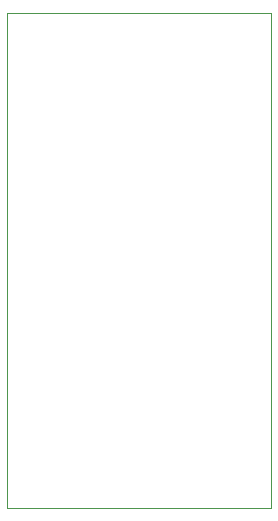
<source format=gbr>
%TF.GenerationSoftware,KiCad,Pcbnew,7.0.9*%
%TF.CreationDate,2025-02-10T23:12:55+01:00*%
%TF.ProjectId,shake,7368616b-652e-46b6-9963-61645f706362,rev?*%
%TF.SameCoordinates,Original*%
%TF.FileFunction,Profile,NP*%
%FSLAX46Y46*%
G04 Gerber Fmt 4.6, Leading zero omitted, Abs format (unit mm)*
G04 Created by KiCad (PCBNEW 7.0.9) date 2025-02-10 23:12:55*
%MOMM*%
%LPD*%
G01*
G04 APERTURE LIST*
%TA.AperFunction,Profile*%
%ADD10C,0.100000*%
%TD*%
G04 APERTURE END LIST*
D10*
X53340000Y-92710000D02*
X53340000Y-50800000D01*
X53340000Y-50800000D02*
X75692000Y-50800000D01*
X75692000Y-50800000D02*
X75692000Y-92710000D01*
X75692000Y-92710000D02*
X53340000Y-92710000D01*
M02*

</source>
